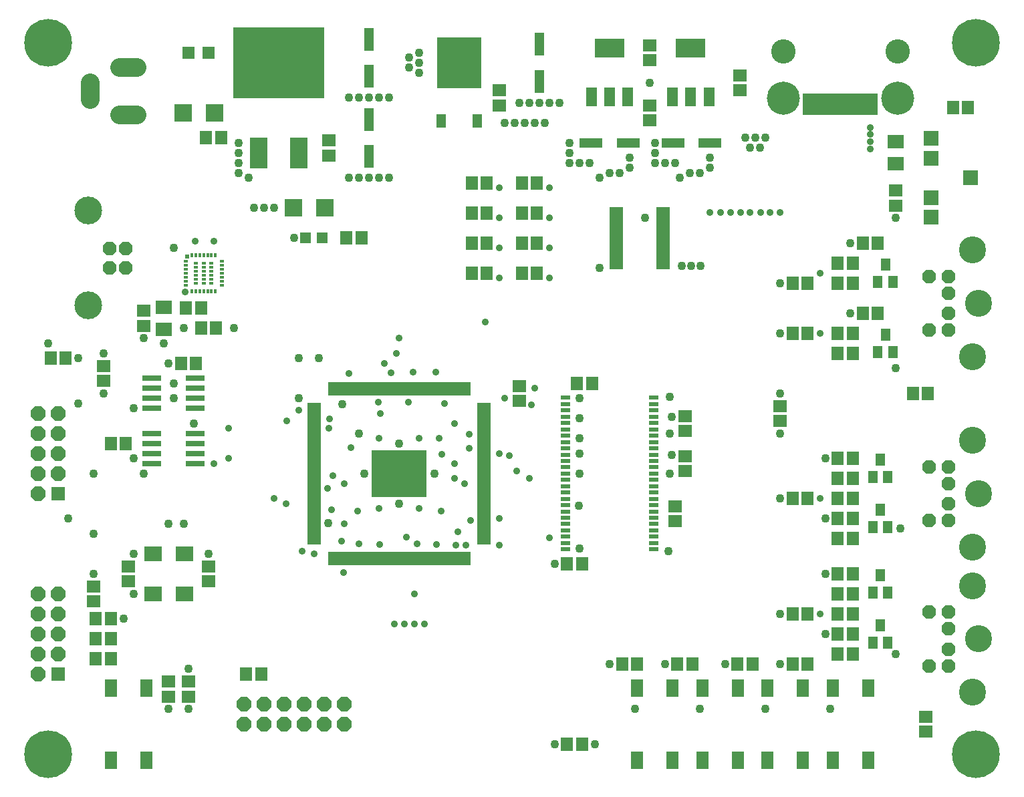
<source format=gts>
G75*
%MOIN*%
%OFA0B0*%
%FSLAX24Y24*%
%IPPOS*%
%LPD*%
%AMOC8*
5,1,8,0,0,1.08239X$1,22.5*
%
%ADD10OC8,0.0690*%
%ADD11C,0.1386*%
%ADD12C,0.0940*%
%ADD13OC8,0.0671*%
%ADD14C,0.1346*%
%ADD15R,0.0236X0.0118*%
%ADD16R,0.0118X0.0236*%
%ADD17R,0.0197X0.0197*%
%ADD18R,0.0900X0.1580*%
%ADD19R,0.4580X0.3580*%
%ADD20R,0.0631X0.0631*%
%ADD21R,0.0474X0.1182*%
%ADD22R,0.0867X0.0867*%
%ADD23R,0.2206X0.2521*%
%ADD24R,0.0474X0.0710*%
%ADD25R,0.0592X0.0671*%
%ADD26R,0.0671X0.0592*%
%ADD27R,0.0560X0.0960*%
%ADD28R,0.1497X0.0946*%
%ADD29R,0.1182X0.0474*%
%ADD30R,0.0789X0.0710*%
%ADD31R,0.0749X0.0749*%
%ADD32R,0.0474X0.0631*%
%ADD33R,0.0867X0.0781*%
%ADD34R,0.0946X0.0316*%
%ADD35R,0.0716X0.0716*%
%ADD36OC8,0.0716*%
%ADD37R,0.0631X0.0907*%
%ADD38C,0.2380*%
%ADD39R,0.0552X0.0552*%
%ADD40R,0.0661X0.0198*%
%ADD41R,0.0198X0.0661*%
%ADD42R,0.2741X0.2350*%
%ADD43R,0.0492X0.0236*%
%ADD44R,0.0190X0.1104*%
%ADD45C,0.1651*%
%ADD46C,0.1214*%
%ADD47R,0.0661X0.0257*%
%ADD48C,0.0434*%
%ADD49C,0.0356*%
D10*
X005213Y026388D03*
X006000Y026388D03*
X006000Y027372D03*
X005213Y027372D03*
D11*
X004146Y029250D03*
X004146Y024510D03*
D12*
X005716Y034028D02*
X006576Y034028D01*
X004256Y034779D02*
X004256Y035639D01*
X005716Y036390D02*
X006576Y036390D01*
D13*
X046065Y025969D03*
X047050Y025969D03*
X047050Y025142D03*
X047050Y024118D03*
X047050Y023291D03*
X046065Y023291D03*
X046065Y016469D03*
X047050Y016469D03*
X047050Y015642D03*
X047050Y014618D03*
X047050Y013791D03*
X046065Y013791D03*
X046065Y009219D03*
X047050Y009219D03*
X047050Y008392D03*
X047050Y007368D03*
X047050Y006541D03*
X046065Y006541D03*
D14*
X048231Y005223D03*
X048546Y007880D03*
X048231Y010537D03*
X048231Y012473D03*
X048546Y015130D03*
X048231Y017787D03*
X048231Y021973D03*
X048546Y024630D03*
X048231Y027287D03*
D15*
X010802Y026721D03*
X010802Y026524D03*
X010802Y026327D03*
X010802Y026130D03*
X010802Y025933D03*
X010802Y025736D03*
X010802Y025539D03*
X010290Y025638D03*
X010290Y025835D03*
X010290Y026032D03*
X010290Y026228D03*
X010290Y026425D03*
X010290Y026622D03*
X009896Y026622D03*
X009896Y026425D03*
X009896Y026228D03*
X009896Y026032D03*
X009896Y025835D03*
X009896Y025638D03*
X009502Y025638D03*
X009502Y025835D03*
X009502Y026032D03*
X009502Y026228D03*
X009502Y026425D03*
X009502Y026622D03*
X008991Y026524D03*
X008991Y026721D03*
X008991Y026327D03*
X008991Y026130D03*
X008991Y025933D03*
X008991Y025736D03*
X008991Y025539D03*
D16*
X009306Y025224D03*
X009502Y025224D03*
X009699Y025224D03*
X009896Y025224D03*
X010093Y025224D03*
X010290Y025224D03*
X010487Y025224D03*
X010487Y027036D03*
X010290Y027036D03*
X010093Y027036D03*
X009896Y027036D03*
X009699Y027036D03*
X009502Y027036D03*
X009306Y027036D03*
D17*
X009068Y026958D03*
D18*
X012646Y032130D03*
X014646Y032130D03*
D19*
X013646Y036630D03*
D20*
X010138Y037130D03*
X009154Y037130D03*
D21*
X018146Y037805D03*
X018146Y035955D03*
X018146Y033805D03*
X018146Y031955D03*
X026646Y035705D03*
X026646Y037555D03*
D22*
X015933Y029380D03*
X014359Y029380D03*
X010433Y034130D03*
X008859Y034130D03*
D23*
X022646Y036614D03*
D24*
X021748Y033740D03*
X023544Y033740D03*
D25*
X023272Y030630D03*
X024020Y030630D03*
X025772Y030630D03*
X026520Y030630D03*
X026520Y029130D03*
X025772Y029130D03*
X024020Y029130D03*
X023272Y029130D03*
X023272Y027630D03*
X024020Y027630D03*
X025772Y027630D03*
X026520Y027630D03*
X026520Y026130D03*
X025772Y026130D03*
X024020Y026130D03*
X023272Y026130D03*
X017770Y027880D03*
X017022Y027880D03*
X010520Y023380D03*
X009772Y023380D03*
X009770Y024380D03*
X009022Y024380D03*
X008772Y021630D03*
X009520Y021630D03*
X006020Y017630D03*
X005272Y017630D03*
X003020Y021880D03*
X002272Y021880D03*
X010022Y032880D03*
X010770Y032880D03*
X028522Y020630D03*
X029270Y020630D03*
X039272Y023130D03*
X040020Y023130D03*
X041522Y023130D03*
X042270Y023130D03*
X042772Y024130D03*
X043520Y024130D03*
X042270Y025630D03*
X041522Y025630D03*
X041522Y026630D03*
X042270Y026630D03*
X042772Y027630D03*
X043520Y027630D03*
X040020Y025630D03*
X039272Y025630D03*
X041522Y022130D03*
X042270Y022130D03*
X045272Y020130D03*
X046020Y020130D03*
X042270Y016880D03*
X041522Y016880D03*
X041522Y015880D03*
X042270Y015880D03*
X042270Y014880D03*
X041522Y014880D03*
X041522Y013880D03*
X042270Y013880D03*
X042270Y012880D03*
X041522Y012880D03*
X041522Y011130D03*
X042270Y011130D03*
X042270Y010130D03*
X041522Y010130D03*
X041522Y009130D03*
X042270Y009130D03*
X042270Y008130D03*
X041522Y008130D03*
X041522Y007130D03*
X042270Y007130D03*
X040020Y006630D03*
X039272Y006630D03*
X037270Y006630D03*
X036522Y006630D03*
X034270Y006630D03*
X033522Y006630D03*
X031520Y006630D03*
X030772Y006630D03*
X028770Y002630D03*
X028022Y002630D03*
X039272Y009130D03*
X040020Y009130D03*
X040020Y014880D03*
X039272Y014880D03*
X028770Y011630D03*
X028022Y011630D03*
X012770Y006130D03*
X012022Y006130D03*
X005270Y006880D03*
X004522Y006880D03*
X004522Y007880D03*
X005270Y007880D03*
X005270Y008880D03*
X004522Y008880D03*
X047272Y034380D03*
X048020Y034380D03*
D26*
X044396Y030254D03*
X044396Y029506D03*
X036646Y035256D03*
X036646Y036004D03*
X032146Y036756D03*
X032146Y037504D03*
X032146Y034504D03*
X032146Y033756D03*
X024646Y034506D03*
X024646Y035254D03*
X016146Y032754D03*
X016146Y032006D03*
X006896Y024254D03*
X006896Y023506D03*
X004896Y021504D03*
X004896Y020756D03*
X006146Y011504D03*
X006146Y010756D03*
X004396Y010504D03*
X004396Y009756D03*
X008146Y005754D03*
X009146Y005754D03*
X009146Y005006D03*
X008146Y005006D03*
X010146Y010756D03*
X010146Y011504D03*
X025646Y019756D03*
X025646Y020504D03*
X033396Y014504D03*
X033396Y013756D03*
X033896Y016256D03*
X033896Y017004D03*
X033896Y018256D03*
X033896Y019004D03*
X038646Y018756D03*
X038646Y019504D03*
X045896Y004004D03*
X045896Y003256D03*
D27*
X035095Y034910D03*
X034185Y034910D03*
X033275Y034910D03*
X031056Y034910D03*
X030146Y034910D03*
X029236Y034910D03*
D28*
X030146Y037350D03*
X034185Y037350D03*
D29*
X033300Y032630D03*
X035150Y032630D03*
X031071Y032630D03*
X029221Y032630D03*
D30*
X044396Y032681D03*
X044396Y031579D03*
X007896Y024431D03*
X007896Y023329D03*
D31*
X046178Y028911D03*
X046178Y029896D03*
X048146Y030880D03*
X046178Y031864D03*
X046178Y032849D03*
D32*
X043896Y026563D03*
X043522Y025697D03*
X044270Y025697D03*
X043896Y023063D03*
X043522Y022197D03*
X044270Y022197D03*
X043646Y016813D03*
X043272Y015947D03*
X044020Y015947D03*
X043646Y014313D03*
X043272Y013447D03*
X044020Y013447D03*
X043646Y011063D03*
X043272Y010197D03*
X044020Y010197D03*
X043646Y008563D03*
X043272Y007697D03*
X044020Y007697D03*
D33*
X008933Y010130D03*
X007359Y010130D03*
X007359Y012130D03*
X008933Y012130D03*
D34*
X009479Y016630D03*
X009479Y017130D03*
X009479Y017630D03*
X009479Y018130D03*
X009479Y019380D03*
X009479Y019880D03*
X009479Y020380D03*
X009479Y020880D03*
X007313Y020880D03*
X007313Y020380D03*
X007313Y019880D03*
X007313Y019380D03*
X007313Y018130D03*
X007313Y017630D03*
X007313Y017130D03*
X007313Y016630D03*
D35*
X002646Y015130D03*
X002646Y006130D03*
D36*
X001646Y006130D03*
X001646Y007130D03*
X001646Y008130D03*
X002646Y008130D03*
X002646Y007130D03*
X002646Y009130D03*
X001646Y009130D03*
X001646Y010130D03*
X002646Y010130D03*
X001646Y015130D03*
X001646Y016130D03*
X002646Y016130D03*
X002646Y017130D03*
X001646Y017130D03*
X001646Y018130D03*
X002646Y018130D03*
X002646Y019130D03*
X001646Y019130D03*
X011896Y004630D03*
X011896Y003630D03*
X012896Y003630D03*
X012896Y004630D03*
X013896Y004630D03*
X013896Y003630D03*
X014896Y003630D03*
X014896Y004630D03*
X015896Y004630D03*
X015896Y003630D03*
X016896Y003630D03*
X016896Y004630D03*
D37*
X007032Y005421D03*
X005260Y005421D03*
X005260Y001839D03*
X007032Y001839D03*
X031510Y001839D03*
X033282Y001839D03*
X034760Y001839D03*
X036532Y001839D03*
X038010Y001839D03*
X039782Y001839D03*
X041260Y001839D03*
X043032Y001839D03*
X043032Y005421D03*
X041260Y005421D03*
X039782Y005421D03*
X038010Y005421D03*
X036532Y005421D03*
X034760Y005421D03*
X033282Y005421D03*
X031510Y005421D03*
D38*
X002146Y002130D03*
X002146Y037630D03*
X048396Y037630D03*
X048396Y002130D03*
D39*
X015809Y027880D03*
X014983Y027880D03*
D40*
X015419Y019575D03*
X015419Y019378D03*
X015419Y019181D03*
X015419Y018984D03*
X015419Y018787D03*
X015419Y018591D03*
X015419Y018394D03*
X015419Y018197D03*
X015419Y018000D03*
X015419Y017803D03*
X015419Y017606D03*
X015419Y017410D03*
X015419Y017213D03*
X015419Y017016D03*
X015419Y016819D03*
X015419Y016622D03*
X015419Y016425D03*
X015419Y016228D03*
X015419Y016032D03*
X015419Y015835D03*
X015419Y015638D03*
X015419Y015441D03*
X015419Y015244D03*
X015419Y015047D03*
X015419Y014850D03*
X015419Y014654D03*
X015419Y014457D03*
X015419Y014260D03*
X015419Y014063D03*
X015419Y013866D03*
X015419Y013669D03*
X015419Y013473D03*
X015419Y013276D03*
X015419Y013079D03*
X015419Y012882D03*
X015419Y012685D03*
X023874Y012685D03*
X023874Y012882D03*
X023874Y013079D03*
X023874Y013276D03*
X023874Y013473D03*
X023874Y013669D03*
X023874Y013866D03*
X023874Y014063D03*
X023874Y014260D03*
X023874Y014457D03*
X023874Y014654D03*
X023874Y014850D03*
X023874Y015047D03*
X023874Y015244D03*
X023874Y015441D03*
X023874Y015638D03*
X023874Y015835D03*
X023874Y016032D03*
X023874Y016228D03*
X023874Y016425D03*
X023874Y016622D03*
X023874Y016819D03*
X023874Y017016D03*
X023874Y017213D03*
X023874Y017410D03*
X023874Y017606D03*
X023874Y017803D03*
X023874Y018000D03*
X023874Y018197D03*
X023874Y018394D03*
X023874Y018591D03*
X023874Y018787D03*
X023874Y018984D03*
X023874Y019181D03*
X023874Y019378D03*
X023874Y019575D03*
D41*
X023091Y020358D03*
X022894Y020358D03*
X022697Y020358D03*
X022500Y020358D03*
X022304Y020358D03*
X022107Y020358D03*
X021910Y020358D03*
X021713Y020358D03*
X021516Y020358D03*
X021319Y020358D03*
X021122Y020358D03*
X020926Y020358D03*
X020729Y020358D03*
X020532Y020358D03*
X020335Y020358D03*
X020138Y020358D03*
X019941Y020358D03*
X019744Y020358D03*
X019548Y020358D03*
X019351Y020358D03*
X019154Y020358D03*
X018957Y020358D03*
X018760Y020358D03*
X018563Y020358D03*
X018367Y020358D03*
X018170Y020358D03*
X017973Y020358D03*
X017776Y020358D03*
X017579Y020358D03*
X017382Y020358D03*
X017185Y020358D03*
X016989Y020358D03*
X016792Y020358D03*
X016595Y020358D03*
X016398Y020358D03*
X016201Y020358D03*
X016201Y011902D03*
X016398Y011902D03*
X016595Y011902D03*
X016792Y011902D03*
X016989Y011902D03*
X017185Y011902D03*
X017382Y011902D03*
X017579Y011902D03*
X017776Y011902D03*
X017973Y011902D03*
X018170Y011902D03*
X018367Y011902D03*
X018563Y011902D03*
X018760Y011902D03*
X018957Y011902D03*
X019154Y011902D03*
X019351Y011902D03*
X019548Y011902D03*
X019744Y011902D03*
X019941Y011902D03*
X020138Y011902D03*
X020335Y011902D03*
X020532Y011902D03*
X020729Y011902D03*
X020926Y011902D03*
X021122Y011902D03*
X021319Y011902D03*
X021516Y011902D03*
X021713Y011902D03*
X021910Y011902D03*
X022107Y011902D03*
X022304Y011902D03*
X022500Y011902D03*
X022697Y011902D03*
X022894Y011902D03*
X023091Y011902D03*
D42*
X019646Y016130D03*
D43*
X027941Y016130D03*
X027941Y015815D03*
X027941Y015500D03*
X027941Y015185D03*
X027941Y014870D03*
X027941Y014555D03*
X027941Y014240D03*
X027941Y013925D03*
X027941Y013610D03*
X027941Y013295D03*
X027941Y012980D03*
X027941Y012665D03*
X027941Y012350D03*
X032351Y012350D03*
X032351Y012665D03*
X032351Y012980D03*
X032351Y013295D03*
X032351Y013610D03*
X032351Y013925D03*
X032351Y014240D03*
X032351Y014555D03*
X032351Y014870D03*
X032351Y015185D03*
X032351Y015500D03*
X032351Y015815D03*
X032351Y016130D03*
X032351Y016445D03*
X032351Y016760D03*
X032351Y017075D03*
X032351Y017390D03*
X032351Y017705D03*
X032351Y018020D03*
X032351Y018335D03*
X032351Y018650D03*
X032351Y018965D03*
X032351Y019280D03*
X032351Y019595D03*
X032351Y019910D03*
X027941Y019910D03*
X027941Y019595D03*
X027941Y019280D03*
X027941Y018965D03*
X027941Y018650D03*
X027941Y018335D03*
X027941Y018020D03*
X027941Y017705D03*
X027941Y017390D03*
X027941Y017075D03*
X027941Y016760D03*
X027941Y016445D03*
D44*
X039874Y034563D03*
X040071Y034563D03*
X040268Y034563D03*
X040465Y034563D03*
X040662Y034563D03*
X040859Y034563D03*
X041056Y034563D03*
X041252Y034563D03*
X041449Y034563D03*
X041646Y034563D03*
X041843Y034563D03*
X042040Y034563D03*
X042237Y034563D03*
X042433Y034563D03*
X042630Y034563D03*
X042827Y034563D03*
X043024Y034563D03*
X043221Y034563D03*
X043418Y034563D03*
D45*
X044500Y034862D03*
X038792Y034862D03*
D46*
X038792Y037209D03*
X044500Y037209D03*
D47*
X032803Y029287D03*
X032803Y029032D03*
X032803Y028776D03*
X032803Y028520D03*
X032803Y028264D03*
X032803Y028008D03*
X032803Y027752D03*
X032803Y027496D03*
X032803Y027240D03*
X032803Y026984D03*
X032803Y026728D03*
X032803Y026473D03*
X030489Y026473D03*
X030489Y026728D03*
X030489Y026984D03*
X030489Y027240D03*
X030489Y027496D03*
X030489Y027752D03*
X030489Y028008D03*
X030489Y028264D03*
X030489Y028520D03*
X030489Y028776D03*
X030489Y029032D03*
X030489Y029287D03*
D48*
X031896Y028880D03*
X033646Y030880D03*
X034146Y031130D03*
X034646Y031130D03*
X035146Y031380D03*
X035146Y031880D03*
X036896Y032880D03*
X037396Y032880D03*
X037896Y032880D03*
X037646Y032380D03*
X037146Y032380D03*
X033396Y031630D03*
X032896Y031630D03*
X032396Y031630D03*
X032396Y032130D03*
X032396Y032630D03*
X031146Y031880D03*
X031146Y031380D03*
X030646Y031130D03*
X030146Y031130D03*
X029646Y030880D03*
X029146Y031630D03*
X028646Y031630D03*
X028146Y031630D03*
X028146Y032130D03*
X028146Y032630D03*
X026896Y033630D03*
X026396Y033630D03*
X025896Y033630D03*
X025396Y033630D03*
X024896Y033630D03*
X025646Y034630D03*
X026146Y034630D03*
X026646Y034630D03*
X027146Y034630D03*
X027646Y034630D03*
X032146Y035630D03*
X042146Y027630D03*
X044396Y028880D03*
X042146Y024130D03*
X044396Y021380D03*
X040896Y016880D03*
X038646Y018130D03*
X038646Y020130D03*
X038646Y023130D03*
X038646Y025630D03*
X034674Y026508D03*
X034201Y026508D03*
X033729Y026508D03*
X029646Y026380D03*
X028646Y019880D03*
X028646Y018880D03*
X028646Y017880D03*
X028646Y017130D03*
X028646Y016130D03*
X028599Y014539D03*
X028646Y012380D03*
X027396Y011630D03*
X021396Y016130D03*
X019646Y014630D03*
X017896Y016130D03*
X019646Y017630D03*
X017646Y018130D03*
X016804Y019577D03*
X014646Y019880D03*
X014646Y021880D03*
X015646Y021880D03*
X011396Y023380D03*
X008896Y023380D03*
X007896Y022630D03*
X006896Y022880D03*
X008146Y021630D03*
X008396Y020630D03*
X008396Y019880D03*
X009396Y018630D03*
X006396Y019380D03*
X004896Y020130D03*
X003646Y019630D03*
X003646Y021880D03*
X004896Y022130D03*
X002146Y022630D03*
X008396Y027380D03*
X012396Y029380D03*
X012896Y029380D03*
X013396Y029380D03*
X012146Y030880D03*
X011646Y031130D03*
X011646Y031630D03*
X011646Y032130D03*
X011646Y032630D03*
X017146Y030880D03*
X017646Y030880D03*
X018146Y030880D03*
X018646Y030880D03*
X019146Y030880D03*
X014396Y027880D03*
X017146Y034880D03*
X017646Y034880D03*
X018146Y034880D03*
X018646Y034880D03*
X019146Y034880D03*
X020146Y036380D03*
X020646Y036630D03*
X020646Y036130D03*
X020146Y036880D03*
X020646Y037130D03*
X033126Y019973D03*
X033244Y018949D03*
X033146Y018130D03*
X033244Y017059D03*
X033146Y016130D03*
X033087Y012256D03*
X038646Y014880D03*
X040896Y013880D03*
X040896Y011130D03*
X038646Y009130D03*
X040896Y008130D03*
X038646Y006630D03*
X037896Y004380D03*
X035896Y006630D03*
X034646Y004380D03*
X032896Y006630D03*
X031396Y004380D03*
X030146Y006630D03*
X029396Y002630D03*
X027396Y002630D03*
X041146Y004380D03*
X044396Y007130D03*
X044646Y013380D03*
X016091Y013673D03*
X010146Y012130D03*
X008896Y013630D03*
X008146Y013630D03*
X006396Y012130D03*
X004396Y011130D03*
X006396Y010130D03*
X005896Y008880D03*
X009146Y006380D03*
X009146Y004380D03*
X008146Y004380D03*
X004396Y013130D03*
X003146Y013880D03*
X004396Y016130D03*
X006396Y016880D03*
X006896Y016130D03*
D49*
X010396Y016630D03*
X011146Y016880D03*
X011146Y018380D03*
X014042Y018752D03*
X014646Y019301D03*
X016170Y018870D03*
X016130Y018398D03*
X017233Y017413D03*
X018646Y017880D03*
X018693Y019118D03*
X018611Y019697D03*
X020107Y019697D03*
X020343Y021193D03*
X019225Y021169D03*
X018896Y021630D03*
X019514Y022130D03*
X019646Y022880D03*
X021485Y021193D03*
X021896Y019630D03*
X022396Y018630D03*
X023138Y018083D03*
X023146Y017380D03*
X022396Y016630D03*
X022396Y015880D03*
X022896Y015630D03*
X021725Y014262D03*
X020646Y014380D03*
X020014Y012945D03*
X020528Y012610D03*
X021506Y012595D03*
X022469Y012571D03*
X022981Y012571D03*
X022587Y013240D03*
X023217Y013791D03*
X024646Y013880D03*
X024634Y012571D03*
X027154Y012925D03*
X026146Y015880D03*
X025514Y016248D03*
X025146Y017020D03*
X024646Y017130D03*
X021764Y017077D03*
X021646Y017880D03*
X020646Y017880D03*
X016896Y015630D03*
X016327Y016036D03*
X016071Y015404D03*
X016260Y014315D03*
X016896Y013630D03*
X016760Y012768D03*
X017646Y012630D03*
X018672Y012595D03*
X016878Y011193D03*
X015396Y012130D03*
X014811Y012264D03*
X014014Y014630D03*
X013396Y014880D03*
X017561Y014264D03*
X018646Y014380D03*
X020396Y010130D03*
X020396Y008630D03*
X019896Y008630D03*
X019396Y008630D03*
X020896Y008630D03*
X026248Y019561D03*
X026396Y020380D03*
X024896Y019880D03*
X023935Y023697D03*
X024646Y025880D03*
X024646Y027380D03*
X024646Y028880D03*
X024646Y030380D03*
X027146Y030380D03*
X027146Y028880D03*
X027146Y027380D03*
X027146Y025880D03*
X035146Y029146D03*
X035658Y029146D03*
X036170Y029146D03*
X036681Y029146D03*
X037154Y029146D03*
X037666Y029146D03*
X038138Y029146D03*
X038650Y029146D03*
X040646Y026130D03*
X040646Y023130D03*
X040646Y014880D03*
X040646Y009130D03*
X017146Y021130D03*
X008965Y025209D03*
X009477Y027728D03*
X010422Y027728D03*
X043138Y032335D03*
X043138Y032689D03*
X043138Y033043D03*
X043138Y033398D03*
M02*

</source>
